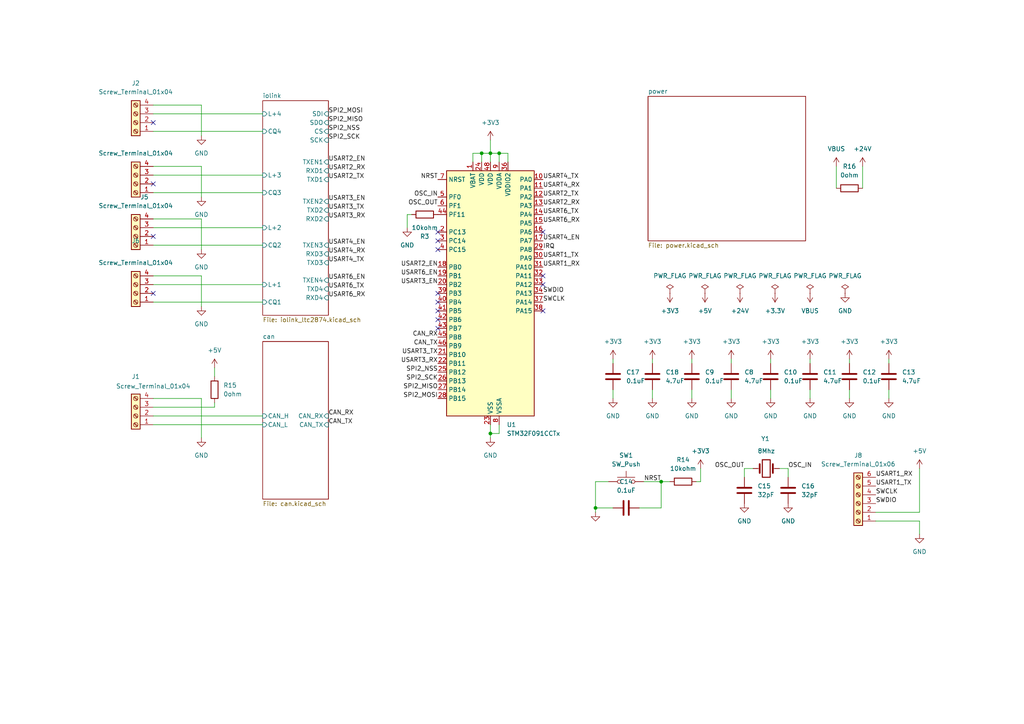
<source format=kicad_sch>
(kicad_sch (version 20231120) (generator "eeschema") (generator_version "8.0")
  (paper "A4")
  (lib_symbols
    (symbol "Connector:Screw_Terminal_01x04" (pin_names (offset 1.016) hide)
      (property "Reference" "J" (at 0 5.08 0))
      (property "Value" "Screw_Terminal_01x04" (at 0 -7.62 0))
      (symbol "Screw_Terminal_01x04_1_1"
        (rectangle (start -1.27 3.81) (end 1.27 -6.35) (stroke (width 0.254)) (fill (type background)))
        (circle (center 0 -5.08) (radius 0.635) (stroke (width 0.1524)))
        (circle (center 0 -2.54) (radius 0.635) (stroke (width 0.1524)))
        (polyline (pts (xy -0.5334 -4.7498) (xy 0.3302 -5.588)) (stroke (width 0.1524)))
        (polyline (pts (xy -0.5334 -2.2098) (xy 0.3302 -3.048)) (stroke (width 0.1524)))
        (polyline (pts (xy -0.5334 0.3302) (xy 0.3302 -0.508)) (stroke (width 0.1524)))
        (polyline (pts (xy -0.5334 2.8702) (xy 0.3302 2.032)) (stroke (width 0.1524)))
        (polyline (pts (xy -0.3556 -4.572) (xy 0.508 -5.4102)) (stroke (width 0.1524)))
        (polyline (pts (xy -0.3556 -2.032) (xy 0.508 -2.8702)) (stroke (width 0.1524)))
        (polyline (pts (xy -0.3556 0.508) (xy 0.508 -0.3302)) (stroke (width 0.1524)))
        (polyline (pts (xy -0.3556 3.048) (xy 0.508 2.2098)) (stroke (width 0.1524)))
        (circle (center 0 0) (radius 0.635) (stroke (width 0.1524)))
        (circle (center 0 2.54) (radius 0.635) (stroke (width 0.1524)))
        (pin passive line (at -5.08 2.54 0) (length 3.81) (name "Pin_1") (number "1"))
        (pin passive line (at -5.08 0 0) (length 3.81) (name "Pin_2") (number "2"))
        (pin passive line (at -5.08 -2.54 0) (length 3.81) (name "Pin_3") (number "3"))
        (pin passive line (at -5.08 -5.08 0) (length 3.81) (name "Pin_4") (number "4"))
      )
    )
    (symbol "Connector:Screw_Terminal_01x06" (pin_names (offset 1.016) hide)
      (property "Reference" "J" (at 0 7.62 0))
      (property "Value" "Screw_Terminal_01x06" (at 0 -10.16 0))
      (symbol "Screw_Terminal_01x06_1_1"
        (rectangle (start -1.27 6.35) (end 1.27 -8.89) (stroke (width 0.254)) (fill (type background)))
        (circle (center 0 -7.62) (radius 0.635) (stroke (width 0.1524)))
        (circle (center 0 -5.08) (radius 0.635) (stroke (width 0.1524)))
        (circle (center 0 -2.54) (radius 0.635) (stroke (width 0.1524)))
        (polyline (pts (xy -0.5334 -7.2898) (xy 0.3302 -8.128)) (stroke (width 0.1524)))
        (polyline (pts (xy -0.5334 -4.7498) (xy 0.3302 -5.588)) (stroke (width 0.1524)))
        (polyline (pts (xy -0.5334 -2.2098) (xy 0.3302 -3.048)) (stroke (width 0.1524)))
        (polyline (pts (xy -0.5334 0.3302) (xy 0.3302 -0.508)) (stroke (width 0.1524)))
        (polyline (pts (xy -0.5334 2.8702) (xy 0.3302 2.032)) (stroke (width 0.1524)))
        (polyline (pts (xy -0.5334 5.4102) (xy 0.3302 4.572)) (stroke (width 0.1524)))
        (polyline (pts (xy -0.3556 -7.112) (xy 0.508 -7.9502)) (stroke (width 0.1524)))
        (polyline (pts (xy -0.3556 -4.572) (xy 0.508 -5.4102)) (stroke (width 0.1524)))
        (polyline (pts (xy -0.3556 -2.032) (xy 0.508 -2.8702)) (stroke (width 0.1524)))
        (polyline (pts (xy -0.3556 0.508) (xy 0.508 -0.3302)) (stroke (width 0.1524)))
        (polyline (pts (xy -0.3556 3.048) (xy 0.508 2.2098)) (stroke (width 0.1524)))
        (polyline (pts (xy -0.3556 5.588) (xy 0.508 4.7498)) (stroke (width 0.1524)))
        (circle (center 0 0) (radius 0.635) (stroke (width 0.1524)))
        (circle (center 0 2.54) (radius 0.635) (stroke (width 0.1524)))
        (circle (center 0 5.08) (radius 0.635) (stroke (width 0.1524)))
        (pin passive line (at -5.08 5.08 0) (length 3.81) (name "Pin_1") (number "1"))
        (pin passive line (at -5.08 2.54 0) (length 3.81) (name "Pin_2") (number "2"))
        (pin passive line (at -5.08 0 0) (length 3.81) (name "Pin_3") (number "3"))
        (pin passive line (at -5.08 -2.54 0) (length 3.81) (name "Pin_4") (number "4"))
        (pin passive line (at -5.08 -5.08 0) (length 3.81) (name "Pin_5") (number "5"))
        (pin passive line (at -5.08 -7.62 0) (length 3.81) (name "Pin_6") (number "6"))
      )
    )
    (symbol "Device:C" (pin_numbers hide) (pin_names (offset 0.254))
      (property "Reference" "C" (at 0.635 2.54 0))
      (property "Value" "C" (at 0.635 -2.54 0))
      (symbol "C_0_1"
        (polyline (pts (xy -2.032 -0.762) (xy 2.032 -0.762)) (stroke (width 0.508)))
        (polyline (pts (xy -2.032 0.762) (xy 2.032 0.762)) (stroke (width 0.508)))
      )
      (symbol "C_1_1"
        (pin passive line (at 0 3.81 270) (length 2.794) (name "~") (number "1"))
        (pin passive line (at 0 -3.81 90) (length 2.794) (name "~") (number "2"))
      )
    )
    (symbol "Device:Crystal" (pin_numbers hide) (pin_names (offset 1.016) hide)
      (property "Reference" "Y" (at 0 3.81 0))
      (property "Value" "Crystal" (at 0 -3.81 0))
      (symbol "Crystal_0_1"
        (rectangle (start -1.143 2.54) (end 1.143 -2.54) (stroke (width 0.3048)))
        (polyline (pts (xy -2.54 0) (xy -1.905 0)))
        (polyline (pts (xy -1.905 -1.27) (xy -1.905 1.27)) (stroke (width 0.508)))
        (polyline (pts (xy 1.905 -1.27) (xy 1.905 1.27)) (stroke (width 0.508)))
        (polyline (pts (xy 2.54 0) (xy 1.905 0)))
      )
      (symbol "Crystal_1_1"
        (pin passive line (at -3.81 0 0) (length 1.27) (name "1") (number "1"))
        (pin passive line (at 3.81 0 180) (length 1.27) (name "2") (number "2"))
      )
    )
    (symbol "Device:R" (pin_numbers hide) (pin_names (offset 0))
      (property "Reference" "R" (at 2.032 0 90))
      (property "Value" "R" (at 0 0 90))
      (symbol "R_0_1"
        (rectangle (start -1.016 -2.54) (end 1.016 2.54) (stroke (width 0.254)))
      )
      (symbol "R_1_1"
        (pin passive line (at 0 3.81 270) (length 1.27) (name "~") (number "1"))
        (pin passive line (at 0 -3.81 90) (length 1.27) (name "~") (number "2"))
      )
    )
    (symbol "MCU_ST_STM32F0:STM32F091CCTx"
      (property "Reference" "U" (at -12.7 36.83 0))
      (property "Value" "STM32F091CCTx" (at 7.62 36.83 0))
      (symbol "STM32F091CCTx_0_1"
        (rectangle (start -12.7 -35.56) (end 12.7 35.56) (stroke (width 0.254)) (fill (type background)))
      )
      (symbol "STM32F091CCTx_1_1"
        (pin power_in line (at -5.08 38.1 270) (length 2.54) (name "VBAT") (number "1"))
        (pin bidirectional line (at 15.24 33.02 180) (length 2.54) (name "PA0") (number "10"))
        (pin bidirectional line (at 15.24 30.48 180) (length 2.54) (name "PA1") (number "11"))
        (pin bidirectional line (at 15.24 27.94 180) (length 2.54) (name "PA2") (number "12"))
        (pin bidirectional line (at 15.24 25.4 180) (length 2.54) (name "PA3") (number "13"))
        (pin bidirectional line (at 15.24 22.86 180) (length 2.54) (name "PA4") (number "14"))
        (pin bidirectional line (at 15.24 20.32 180) (length 2.54) (name "PA5") (number "15"))
        (pin bidirectional line (at 15.24 17.78 180) (length 2.54) (name "PA6") (number "16"))
        (pin bidirectional line (at 15.24 15.24 180) (length 2.54) (name "PA7") (number "17"))
        (pin bidirectional line (at -15.24 7.62 0) (length 2.54) (name "PB0") (number "18"))
        (pin bidirectional line (at -15.24 5.08 0) (length 2.54) (name "PB1") (number "19"))
        (pin bidirectional line (at -15.24 17.78 0) (length 2.54) (name "PC13") (number "2"))
        (pin bidirectional line (at -15.24 2.54 0) (length 2.54) (name "PB2") (number "20"))
        (pin bidirectional line (at -15.24 -17.78 0) (length 2.54) (name "PB10") (number "21"))
        (pin bidirectional line (at -15.24 -20.32 0) (length 2.54) (name "PB11") (number "22"))
        (pin power_in line (at 0 -38.1 90) (length 2.54) (name "VSS") (number "23"))
        (pin power_in line (at -2.54 38.1 270) (length 2.54) (name "VDD") (number "24"))
        (pin bidirectional line (at -15.24 -22.86 0) (length 2.54) (name "PB12") (number "25"))
        (pin bidirectional line (at -15.24 -25.4 0) (length 2.54) (name "PB13") (number "26"))
        (pin bidirectional line (at -15.24 -27.94 0) (length 2.54) (name "PB14") (number "27"))
        (pin bidirectional line (at -15.24 -30.48 0) (length 2.54) (name "PB15") (number "28"))
        (pin bidirectional line (at 15.24 12.7 180) (length 2.54) (name "PA8") (number "29"))
        (pin bidirectional line (at -15.24 15.24 0) (length 2.54) (name "PC14") (number "3"))
        (pin bidirectional line (at 15.24 10.16 180) (length 2.54) (name "PA9") (number "30"))
        (pin bidirectional line (at 15.24 7.62 180) (length 2.54) (name "PA10") (number "31"))
        (pin bidirectional line (at 15.24 5.08 180) (length 2.54) (name "PA11") (number "32"))
        (pin bidirectional line (at 15.24 2.54 180) (length 2.54) (name "PA12") (number "33"))
        (pin bidirectional line (at 15.24 0 180) (length 2.54) (name "PA13") (number "34"))
        (pin passive line (at 0 -38.1 90) (length 2.54) hide (name "VSS") (number "35"))
        (pin power_in line (at 5.08 38.1 270) (length 2.54) (name "VDDIO2") (number "36"))
        (pin bidirectional line (at 15.24 -2.54 180) (length 2.54) (name "PA14") (number "37"))
        (pin bidirectional line (at 15.24 -5.08 180) (length 2.54) (name "PA15") (number "38"))
        (pin bidirectional line (at -15.24 0 0) (length 2.54) (name "PB3") (number "39"))
        (pin bidirectional line (at -15.24 12.7 0) (length 2.54) (name "PC15") (number "4"))
        (pin bidirectional line (at -15.24 -2.54 0) (length 2.54) (name "PB4") (number "40"))
        (pin bidirectional line (at -15.24 -5.08 0) (length 2.54) (name "PB5") (number "41"))
        (pin bidirectional line (at -15.24 -7.62 0) (length 2.54) (name "PB6") (number "42"))
        (pin bidirectional line (at -15.24 -10.16 0) (length 2.54) (name "PB7") (number "43"))
        (pin bidirectional line (at -15.24 22.86 0) (length 2.54) (name "PF11") (number "44"))
        (pin bidirectional line (at -15.24 -12.7 0) (length 2.54) (name "PB8") (number "45"))
        (pin bidirectional line (at -15.24 -15.24 0) (length 2.54) (name "PB9") (number "46"))
        (pin passive line (at 0 -38.1 90) (length 2.54) hide (name "VSS") (number "47"))
        (pin power_in line (at 0 38.1 270) (length 2.54) (name "VDD") (number "48"))
        (pin bidirectional line (at -15.24 27.94 0) (length 2.54) (name "PF0") (number "5"))
        (pin bidirectional line (at -15.24 25.4 0) (length 2.54) (name "PF1") (number "6"))
        (pin input line (at -15.24 33.02 0) (length 2.54) (name "NRST") (number "7"))
        (pin power_in line (at 2.54 -38.1 90) (length 2.54) (name "VSSA") (number "8"))
        (pin power_in line (at 2.54 38.1 270) (length 2.54) (name "VDDA") (number "9"))
      )
    )
    (symbol "Switch:SW_Push" (pin_numbers hide) (pin_names (offset 1.016) hide)
      (property "Reference" "SW" (at 1.27 2.54 0))
      (property "Value" "SW_Push" (at 0 -1.524 0))
      (symbol "SW_Push_0_1"
        (circle (center -2.032 0) (radius 0.508))
        (polyline (pts (xy 0 1.27) (xy 0 3.048)))
        (polyline (pts (xy 2.54 1.27) (xy -2.54 1.27)))
        (circle (center 2.032 0) (radius 0.508))
        (pin passive line (at -5.08 0 0) (length 2.54) (name "1") (number "1"))
        (pin passive line (at 5.08 0 180) (length 2.54) (name "2") (number "2"))
      )
    )
    (symbol "power:+24V" (power) (pin_names (offset 0))
      (property "Value" "+24V" (at 0 3.556 0))
      (symbol "+24V_0_1"
        (polyline (pts (xy -0.762 1.27) (xy 0 2.54)))
        (polyline (pts (xy 0 0) (xy 0 2.54)))
        (polyline (pts (xy 0 2.54) (xy 0.762 1.27)))
      )
      (symbol "+24V_1_1"
        (pin power_in line (at 0 0 90) (length 0) hide (name "+24V") (number "1"))
      )
    )
    (symbol "power:+3.3V" (power) (pin_names (offset 0))
      (property "Value" "+3.3V" (at 0 3.556 0))
      (symbol "+3.3V_0_1"
        (polyline (pts (xy -0.762 1.27) (xy 0 2.54)))
        (polyline (pts (xy 0 0) (xy 0 2.54)))
        (polyline (pts (xy 0 2.54) (xy 0.762 1.27)))
      )
      (symbol "+3.3V_1_1"
        (pin power_in line (at 0 0 90) (length 0) hide (name "+3.3V") (number "1"))
      )
    )
    (symbol "power:+3V3" (power) (pin_names (offset 0))
      (property "Value" "+3V3" (at 0 3.556 0))
      (symbol "+3V3_0_1"
        (polyline (pts (xy -0.762 1.27) (xy 0 2.54)))
        (polyline (pts (xy 0 0) (xy 0 2.54)))
        (polyline (pts (xy 0 2.54) (xy 0.762 1.27)))
      )
      (symbol "+3V3_1_1"
        (pin power_in line (at 0 0 90) (length 0) hide (name "+3V3") (number "1"))
      )
    )
    (symbol "power:+5V" (power) (pin_names (offset 0))
      (property "Value" "+5V" (at 0 3.556 0))
      (symbol "+5V_0_1"
        (polyline (pts (xy -0.762 1.27) (xy 0 2.54)))
        (polyline (pts (xy 0 0) (xy 0 2.54)))
        (polyline (pts (xy 0 2.54) (xy 0.762 1.27)))
      )
      (symbol "+5V_1_1"
        (pin power_in line (at 0 0 90) (length 0) hide (name "+5V") (number "1"))
      )
    )
    (symbol "power:GND" (power) (pin_names (offset 0))
      (property "Value" "GND" (at 0 -3.81 0))
      (symbol "GND_0_1"
        (polyline (pts (xy 0 0) (xy 0 -1.27) (xy 1.27 -1.27) (xy 0 -2.54) (xy -1.27 -1.27) (xy 0 -1.27)))
      )
      (symbol "GND_1_1"
        (pin power_in line (at 0 0 270) (length 0) hide (name "GND") (number "1"))
      )
    )
    (symbol "power:PWR_FLAG" (power) (pin_numbers hide) (pin_names (offset 0) hide)
      (property "Value" "PWR_FLAG" (at 0 3.81 0))
      (symbol "PWR_FLAG_0_0"
        (pin power_out line (at 0 0 90) (length 0) (name "pwr") (number "1"))
      )
      (symbol "PWR_FLAG_0_1"
        (polyline (pts (xy 0 0) (xy 0 1.27) (xy -1.016 1.905) (xy 0 2.54) (xy 1.016 1.905) (xy 0 1.27)))
      )
    )
    (symbol "power:VBUS" (power) (pin_names (offset 0))
      (property "Value" "VBUS" (at 0 3.81 0))
      (symbol "VBUS_0_1"
        (polyline (pts (xy -0.762 1.27) (xy 0 2.54)))
        (polyline (pts (xy 0 0) (xy 0 2.54)))
        (polyline (pts (xy 0 2.54) (xy 0.762 1.27)))
      )
      (symbol "VBUS_1_1"
        (pin power_in line (at 0 0 90) (length 0) hide (name "VBUS") (number "1"))
      )
    )
  )
  (junction (at 172.72 147.32))
  (junction (at 142.24 125.73))
  (junction (at 139.7 44.45))
  (junction (at 191.77 139.7))
  (junction (at 144.78 44.45))
  (junction (at 142.24 44.45))
  (no_connect (at 127 85.09))
  (no_connect (at 157.48 90.17))
  (no_connect (at 127 72.39))
  (no_connect (at 44.45 68.58))
  (no_connect (at 127 87.63))
  (no_connect (at 127 69.85))
  (no_connect (at 44.45 35.56))
  (no_connect (at 44.45 53.34))
  (no_connect (at 157.48 67.31))
  (no_connect (at 127 67.31))
  (no_connect (at 127 95.25))
  (no_connect (at 157.48 82.55))
  (no_connect (at 127 92.71))
  (no_connect (at 44.45 85.09))
  (no_connect (at 157.48 80.01))
  (no_connect (at 127 90.17))
  (wire (pts (xy 234.95 104.14) (xy 234.95 105.41)))
  (wire (pts (xy 177.8 115.57) (xy 177.8 113.03)))
  (wire (pts (xy 185.42 147.32) (xy 191.77 147.32)))
  (wire (pts (xy 203.2 135.89) (xy 203.2 139.7)))
  (wire (pts (xy 254 151.13) (xy 266.7 151.13)))
  (wire (pts (xy 223.52 104.14) (xy 223.52 105.41)))
  (wire (pts (xy 44.45 66.04) (xy 76.2 66.04)))
  (wire (pts (xy 58.42 72.39) (xy 58.42 63.5)))
  (wire (pts (xy 257.81 104.14) (xy 257.81 105.41)))
  (wire (pts (xy 58.42 63.5) (xy 44.45 63.5)))
  (wire (pts (xy 44.45 115.57) (xy 58.42 115.57)))
  (wire (pts (xy 44.45 118.11) (xy 62.23 118.11)))
  (wire (pts (xy 144.78 44.45) (xy 147.32 44.45)))
  (wire (pts (xy 58.42 57.15) (xy 58.42 48.26)))
  (wire (pts (xy 44.45 87.63) (xy 76.2 87.63)))
  (wire (pts (xy 142.24 125.73) (xy 142.24 127)))
  (wire (pts (xy 58.42 80.01) (xy 44.45 80.01)))
  (wire (pts (xy 58.42 80.01) (xy 58.42 88.9)))
  (wire (pts (xy 44.45 120.65) (xy 76.2 120.65)))
  (wire (pts (xy 212.09 115.57) (xy 212.09 113.03)))
  (wire (pts (xy 203.2 139.7) (xy 201.93 139.7)))
  (wire (pts (xy 177.8 104.14) (xy 177.8 105.41)))
  (wire (pts (xy 44.45 71.12) (xy 76.2 71.12)))
  (wire (pts (xy 266.7 135.89) (xy 266.7 148.59)))
  (wire (pts (xy 212.09 104.14) (xy 212.09 105.41)))
  (wire (pts (xy 242.57 48.26) (xy 242.57 54.61)))
  (wire (pts (xy 139.7 44.45) (xy 139.7 46.99)))
  (wire (pts (xy 144.78 44.45) (xy 144.78 46.99)))
  (wire (pts (xy 137.16 46.99) (xy 137.16 44.45)))
  (wire (pts (xy 257.81 115.57) (xy 257.81 113.03)))
  (wire (pts (xy 118.11 66.04) (xy 118.11 62.23)))
  (wire (pts (xy 118.11 62.23) (xy 119.38 62.23)))
  (wire (pts (xy 266.7 151.13) (xy 266.7 154.94)))
  (wire (pts (xy 58.42 115.57) (xy 58.42 127)))
  (wire (pts (xy 200.66 115.57) (xy 200.66 113.03)))
  (wire (pts (xy 172.72 147.32) (xy 172.72 148.59)))
  (wire (pts (xy 215.9 135.89) (xy 215.9 138.43)))
  (wire (pts (xy 44.45 50.8) (xy 76.2 50.8)))
  (wire (pts (xy 44.45 55.88) (xy 76.2 55.88)))
  (wire (pts (xy 62.23 106.68) (xy 62.23 109.22)))
  (wire (pts (xy 234.95 115.57) (xy 234.95 113.03)))
  (wire (pts (xy 191.77 139.7) (xy 194.31 139.7)))
  (wire (pts (xy 189.23 104.14) (xy 189.23 105.41)))
  (wire (pts (xy 142.24 40.64) (xy 142.24 44.45)))
  (wire (pts (xy 58.42 30.48) (xy 58.42 39.37)))
  (wire (pts (xy 44.45 123.19) (xy 76.2 123.19)))
  (wire (pts (xy 200.66 104.14) (xy 200.66 105.41)))
  (wire (pts (xy 172.72 139.7) (xy 172.72 147.32)))
  (wire (pts (xy 172.72 139.7) (xy 176.53 139.7)))
  (wire (pts (xy 189.23 115.57) (xy 189.23 113.03)))
  (wire (pts (xy 144.78 125.73) (xy 142.24 125.73)))
  (wire (pts (xy 172.72 147.32) (xy 177.8 147.32)))
  (wire (pts (xy 250.19 48.26) (xy 250.19 54.61)))
  (wire (pts (xy 44.45 82.55) (xy 76.2 82.55)))
  (wire (pts (xy 58.42 48.26) (xy 44.45 48.26)))
  (wire (pts (xy 142.24 123.19) (xy 142.24 125.73)))
  (wire (pts (xy 139.7 44.45) (xy 142.24 44.45)))
  (wire (pts (xy 226.06 135.89) (xy 228.6 135.89)))
  (wire (pts (xy 218.44 135.89) (xy 215.9 135.89)))
  (wire (pts (xy 186.69 139.7) (xy 191.77 139.7)))
  (wire (pts (xy 246.38 115.57) (xy 246.38 113.03)))
  (wire (pts (xy 44.45 33.02) (xy 76.2 33.02)))
  (wire (pts (xy 142.24 44.45) (xy 144.78 44.45)))
  (wire (pts (xy 147.32 44.45) (xy 147.32 46.99)))
  (wire (pts (xy 223.52 115.57) (xy 223.52 113.03)))
  (wire (pts (xy 137.16 44.45) (xy 139.7 44.45)))
  (wire (pts (xy 62.23 116.84) (xy 62.23 118.11)))
  (wire (pts (xy 246.38 104.14) (xy 246.38 105.41)))
  (wire (pts (xy 58.42 30.48) (xy 44.45 30.48)))
  (wire (pts (xy 191.77 147.32) (xy 191.77 139.7)))
  (wire (pts (xy 142.24 44.45) (xy 142.24 46.99)))
  (wire (pts (xy 266.7 148.59) (xy 254 148.59)))
  (wire (pts (xy 228.6 135.89) (xy 228.6 138.43)))
  (wire (pts (xy 44.45 38.1) (xy 76.2 38.1)))
  (wire (pts (xy 144.78 123.19) (xy 144.78 125.73)))
  (label "USART4_TX" (at 95.25 76.2 0))
  (label "USART6_EN" (at 95.25 81.28 0))
  (label "CAN_RX" (at 127 97.79 180))
  (label "USART2_RX" (at 95.25 49.53 0))
  (label "USART3_TX" (at 127 102.87 180))
  (label "OSC_IN" (at 127 57.15 180))
  (label "USART4_EN" (at 95.25 71.12 0))
  (label "SWCLK" (at 157.48 87.63 0))
  (label "SPI2_NSS" (at 127 107.95 180))
  (label "SWDIO" (at 254 146.05 0))
  (label "SPI2_MISO" (at 95.25 35.56 0))
  (label "USART1_RX" (at 254 138.43 0))
  (label "USART2_TX" (at 157.48 57.15 0))
  (label "SPI2_MISO" (at 127 113.03 180))
  (label "SPI2_SCK" (at 95.25 40.64 0))
  (label "CAN_TX" (at 127 100.33 180))
  (label "USART6_RX" (at 157.48 64.77 0))
  (label "USART2_EN" (at 127 77.47 180))
  (label "SPI2_SCK" (at 127 110.49 180))
  (label "USART1_TX" (at 157.48 74.93 0))
  (label "USART4_TX" (at 157.48 52.07 0))
  (label "USART3_EN" (at 95.25 58.42 0))
  (label "SPI2_NSS" (at 95.25 38.1 0))
  (label "USART4_RX" (at 157.48 54.61 0))
  (label "USART1_TX" (at 254 140.97 0))
  (label "OSC_OUT" (at 215.9 135.89 180))
  (label "USART6_TX" (at 157.48 62.23 0))
  (label "USART6_RX" (at 95.25 86.36 0))
  (label "USART2_EN" (at 95.25 46.99 0))
  (label "USART2_TX" (at 95.25 52.07 0))
  (label "CAN_TX" (at 95.25 123.19 0))
  (label "USART4_EN" (at 157.48 69.85 0))
  (label "SWCLK" (at 254 143.51 0))
  (label "USART6_EN" (at 127 80.01 180))
  (label "USART4_RX" (at 95.25 73.66 0))
  (label "USART1_RX" (at 157.48 77.47 0))
  (label "USART6_TX" (at 95.25 83.82 0))
  (label "OSC_IN" (at 228.6 135.89 0))
  (label "SPI2_MOSI" (at 95.25 33.02 0))
  (label "CAN_RX" (at 95.25 120.65 0))
  (label "USART3_EN" (at 127 82.55 180))
  (label "USART2_RX" (at 157.48 59.69 0))
  (label "SWDIO" (at 157.48 85.09 0))
  (label "NRST" (at 127 52.07 180))
  (label "USART3_TX" (at 95.25 60.96 0))
  (label "USART3_RX" (at 95.25 63.5 0))
  (label "OSC_OUT" (at 127 59.69 180))
  (label "USART3_RX" (at 127 105.41 180))
  (label "IRQ" (at 157.48 72.39 0))
  (label "NRST" (at 191.77 139.7 180))
  (label "SPI2_MOSI" (at 127 115.57 180))
  (symbol (lib_id "power:+3V3") (at 246.38 104.14 0) (unit 1)
    (property "Reference" "#PWR054" (effects (hide yes)))
    (property "Value" "+3V3" (at 246.38 99.06 0))
  )
  (symbol (lib_id "Device:C") (at 177.8 109.22 0) (unit 1)
    (property "Reference" "C17" (at 181.61 107.95 0) (effects (justify left)))
    (property "Value" "0.1uF" (at 181.61 110.49 0) (effects (justify left)))
    (property "Footprint" "Capacitor_SMD:C_0603_1608Metric" (effects (hide yes)))
    (property "LCSC" "C14663" (effects (hide yes)))
  )
  (symbol (lib_id "power:GND") (at 118.11 66.04 0) (unit 1)
    (property "Reference" "#PWR013" (effects (hide yes)))
    (property "Value" "GND" (at 118.11 71.12 0))
  )
  (symbol (lib_id "power:+3.3V") (at 224.79 85.09 180) (unit 1)
    (property "Reference" "#PWR019" (effects (hide yes)))
    (property "Value" "+3.3V" (at 224.79 90.17 0))
  )
  (symbol (lib_id "power:GND") (at 58.42 39.37 0) (unit 1)
    (property "Reference" "#PWR022" (effects (hide yes)))
    (property "Value" "GND" (at 58.42 44.45 0))
  )
  (symbol (lib_id "Device:C") (at 257.81 109.22 0) (unit 1)
    (property "Reference" "C13" (at 261.62 107.95 0) (effects (justify left)))
    (property "Value" "4.7uF" (at 261.62 110.49 0) (effects (justify left)))
    (property "Footprint" "Capacitor_SMD:C_0603_1608Metric" (effects (hide yes)))
    (property "LCSC" "C19666" (effects (hide yes)))
  )
  (symbol (lib_id "Device:R") (at 246.38 54.61 90) (unit 1)
    (property "Reference" "R16" (at 246.38 48.26 90))
    (property "Value" "0ohm" (at 246.38 50.8 90))
    (property "Footprint" "Resistor_SMD:R_0603_1608Metric" (effects (hide yes)))
  )
  (symbol (lib_id "power:PWR_FLAG") (at 194.31 85.09 0) (unit 1)
    (property "Reference" "#FLG01" (effects (hide yes)))
    (property "Value" "PWR_FLAG" (at 194.31 80.01 0))
  )
  (symbol (lib_id "Device:C") (at 228.6 142.24 0) (unit 1)
    (property "Reference" "C16" (at 232.41 140.97 0) (effects (justify left)))
    (property "Value" "32pF" (at 232.41 143.51 0) (effects (justify left)))
    (property "Footprint" "Capacitor_SMD:C_0603_1608Metric" (effects (hide yes)))
    (property "LCSC" "C1658" (effects (hide yes)))
  )
  (symbol (lib_id "power:PWR_FLAG") (at 224.79 85.09 0) (unit 1)
    (property "Reference" "#FLG05" (effects (hide yes)))
    (property "Value" "PWR_FLAG" (at 224.79 80.01 0))
  )
  (symbol (lib_id "Device:C") (at 215.9 142.24 0) (unit 1)
    (property "Reference" "C15" (at 219.71 140.97 0) (effects (justify left)))
    (property "Value" "32pF" (at 219.71 143.51 0) (effects (justify left)))
    (property "Footprint" "Capacitor_SMD:C_0603_1608Metric" (effects (hide yes)))
    (property "LCSC" "C1658" (effects (hide yes)))
  )
  (symbol (lib_id "power:+3V3") (at 223.52 104.14 0) (unit 1)
    (property "Reference" "#PWR050" (effects (hide yes)))
    (property "Value" "+3V3" (at 223.52 99.06 0))
  )
  (symbol (lib_id "power:+5V") (at 62.23 106.68 0) (unit 1)
    (property "Reference" "#PWR011" (effects (hide yes)))
    (property "Value" "+5V" (at 62.23 101.6 0))
  )
  (symbol (lib_id "power:GND") (at 234.95 115.57 0) (unit 1)
    (property "Reference" "#PWR053" (effects (hide yes)))
    (property "Value" "GND" (at 234.95 120.65 0))
  )
  (symbol (lib_id "Device:Crystal") (at 222.25 135.89 0) (unit 1)
    (property "Reference" "Y1" (at 221.996 127.254 0))
    (property "Value" "8Mhz" (at 222.25 130.81 0))
    (property "Footprint" "Crystal:Crystal_HC18-U_Vertical" (effects (hide yes)))
  )
  (symbol (lib_id "Connector:Screw_Terminal_01x04") (at 39.37 53.34 180) (unit 1)
    (property "Reference" "J4" (effects (hide yes)))
    (property "Value" "Screw_Terminal_01x04" (at 39.37 44.45 0))
    (property "Footprint" "TerminalBlock_Phoenix:TerminalBlock_Phoenix_MPT-0,5-4-2.54_1x04_P2.54mm_Horizontal" (effects (hide yes)))
  )
  (symbol (lib_id "power:PWR_FLAG") (at 234.95 85.09 0) (unit 1)
    (property "Reference" "#FLG04" (effects (hide yes)))
    (property "Value" "PWR_FLAG" (at 234.95 80.01 0))
  )
  (symbol (lib_id "Switch:SW_Push") (at 181.61 139.7 0) (unit 1)
    (property "Reference" "SW1" (at 181.61 132.08 0))
    (property "Value" "SW_Push" (at 181.61 134.62 0))
    (property "Footprint" "Button_Switch_THT:SW_PUSH_6mm_H4.3mm" (effects (hide yes)))
  )
  (symbol (lib_id "Connector:Screw_Terminal_01x04") (at 39.37 35.56 180) (unit 1)
    (property "Reference" "J2" (at 39.37 24.13 0))
    (property "Value" "Screw_Terminal_01x04" (at 39.37 26.67 0))
    (property "Footprint" "TerminalBlock_Phoenix:TerminalBlock_Phoenix_MPT-0,5-4-2.54_1x04_P2.54mm_Horizontal" (effects (hide yes)))
  )
  (symbol (lib_id "power:GND") (at 58.42 127 0) (unit 1)
    (property "Reference" "#PWR010" (effects (hide yes)))
    (property "Value" "GND" (at 58.42 132.08 0))
  )
  (symbol (lib_id "power:GND") (at 212.09 115.57 0) (unit 1)
    (property "Reference" "#PWR047" (effects (hide yes)))
    (property "Value" "GND" (at 212.09 120.65 0))
  )
  (symbol (lib_id "Device:C") (at 189.23 109.22 0) (unit 1)
    (property "Reference" "C18" (at 193.04 107.95 0) (effects (justify left)))
    (property "Value" "4.7uF" (at 193.04 110.49 0) (effects (justify left)))
    (property "Footprint" "Capacitor_SMD:C_0603_1608Metric" (effects (hide yes)))
    (property "LCSC" "C19666" (effects (hide yes)))
  )
  (symbol (lib_id "power:GND") (at 257.81 115.57 0) (unit 1)
    (property "Reference" "#PWR057" (effects (hide yes)))
    (property "Value" "GND" (at 257.81 120.65 0))
  )
  (symbol (lib_id "power:+24V") (at 250.19 48.26 0) (unit 1)
    (property "Reference" "#PWR073" (effects (hide yes)))
    (property "Value" "+24V" (at 250.19 43.18 0))
  )
  (symbol (lib_id "power:GND") (at 189.23 115.57 0) (unit 1)
    (property "Reference" "#PWR067" (effects (hide yes)))
    (property "Value" "GND" (at 189.23 120.65 0))
  )
  (symbol (lib_id "Connector:Screw_Terminal_01x04") (at 39.37 85.09 180) (unit 1)
    (property "Reference" "J6" (at 39.37 69.85 0))
    (property "Value" "Screw_Terminal_01x04" (at 39.37 76.2 0))
    (property "Footprint" "TerminalBlock_Phoenix:TerminalBlock_Phoenix_MPT-0,5-4-2.54_1x04_P2.54mm_Horizontal" (effects (hide yes)))
  )
  (symbol (lib_id "power:GND") (at 266.7 154.94 0) (unit 1)
    (property "Reference" "#PWR020" (effects (hide yes)))
    (property "Value" "GND" (at 266.7 160.02 0))
  )
  (symbol (lib_id "Device:C") (at 181.61 147.32 90) (unit 1)
    (property "Reference" "C14" (at 181.61 139.7 90))
    (property "Value" "0.1uF" (at 181.61 142.24 90))
    (property "Footprint" "Capacitor_SMD:C_0603_1608Metric" (effects (hide yes)))
    (property "LCSC" "C14663" (effects (hide yes)))
  )
  (symbol (lib_id "Device:C") (at 246.38 109.22 0) (unit 1)
    (property "Reference" "C12" (at 250.19 107.95 0) (effects (justify left)))
    (property "Value" "0.1uF" (at 250.19 110.49 0) (effects (justify left)))
    (property "Footprint" "Capacitor_SMD:C_0603_1608Metric" (effects (hide yes)))
    (property "LCSC" "C14663" (effects (hide yes)))
  )
  (symbol (lib_id "power:GND") (at 245.11 85.09 0) (unit 1)
    (property "Reference" "#PWR04" (effects (hide yes)))
    (property "Value" "GND" (at 245.11 90.17 0))
  )
  (symbol (lib_id "power:PWR_FLAG") (at 214.63 85.09 0) (unit 1)
    (property "Reference" "#FLG06" (effects (hide yes)))
    (property "Value" "PWR_FLAG" (at 214.63 80.01 0))
  )
  (symbol (lib_id "power:GND") (at 58.42 57.15 0) (unit 1)
    (property "Reference" "#PWR079" (effects (hide yes)))
    (property "Value" "GND" (at 58.42 62.23 0))
  )
  (symbol (lib_id "power:+3V3") (at 189.23 104.14 0) (unit 1)
    (property "Reference" "#PWR066" (effects (hide yes)))
    (property "Value" "+3V3" (at 189.23 99.06 0))
  )
  (symbol (lib_id "Device:R") (at 123.19 62.23 270) (unit 1)
    (property "Reference" "R3" (at 123.19 68.58 90))
    (property "Value" "10kohm" (at 123.19 66.04 90))
    (property "Footprint" "Resistor_SMD:R_0603_1608Metric" (effects (hide yes)))
    (property "LCSC" "C25804" (effects (hide yes)))
  )
  (symbol (lib_id "Device:C") (at 212.09 109.22 0) (unit 1)
    (property "Reference" "C8" (at 215.9 107.95 0) (effects (justify left)))
    (property "Value" "4.7uF" (at 215.9 110.49 0) (effects (justify left)))
    (property "Footprint" "Capacitor_SMD:C_0603_1608Metric" (effects (hide yes)))
    (property "LCSC" "C19666" (effects (hide yes)))
  )
  (symbol (lib_id "power:GND") (at 246.38 115.57 0) (unit 1)
    (property "Reference" "#PWR055" (effects (hide yes)))
    (property "Value" "GND" (at 246.38 120.65 0))
  )
  (symbol (lib_id "power:+5V") (at 266.7 135.89 0) (unit 1)
    (property "Reference" "#PWR068" (effects (hide yes)))
    (property "Value" "+5V" (at 266.7 130.81 0))
  )
  (symbol (lib_id "power:+5V") (at 204.47 85.09 180) (unit 1)
    (property "Reference" "#PWR012" (effects (hide yes)))
    (property "Value" "+5V" (at 204.47 90.17 0))
  )
  (symbol (lib_id "power:GND") (at 200.66 115.57 0) (unit 1)
    (property "Reference" "#PWR049" (effects (hide yes)))
    (property "Value" "GND" (at 200.66 120.65 0))
  )
  (symbol (lib_id "power:VBUS") (at 234.95 85.09 180) (unit 1)
    (property "Reference" "#PWR018" (effects (hide yes)))
    (property "Value" "VBUS" (at 234.95 90.17 0))
  )
  (symbol (lib_id "Device:C") (at 234.95 109.22 0) (unit 1)
    (property "Reference" "C11" (at 238.76 107.95 0) (effects (justify left)))
    (property "Value" "4.7uF" (at 238.76 110.49 0) (effects (justify left)))
    (property "Footprint" "Capacitor_SMD:C_0603_1608Metric" (effects (hide yes)))
    (property "LCSC" "C19666" (effects (hide yes)))
  )
  (symbol (lib_id "power:GND") (at 223.52 115.57 0) (unit 1)
    (property "Reference" "#PWR051" (effects (hide yes)))
    (property "Value" "GND" (at 223.52 120.65 0))
  )
  (symbol (lib_id "power:+3V3") (at 177.8 104.14 0) (unit 1)
    (property "Reference" "#PWR064" (effects (hide yes)))
    (property "Value" "+3V3" (at 177.8 99.06 0))
  )
  (symbol (lib_id "power:+3V3") (at 234.95 104.14 0) (unit 1)
    (property "Reference" "#PWR052" (effects (hide yes)))
    (property "Value" "+3V3" (at 234.95 99.06 0))
  )
  (symbol (lib_id "MCU_ST_STM32F0:STM32F091CCTx") (at 142.24 85.09 0) (unit 1)
    (property "Reference" "U1" (at 146.9741 123.19 0) (effects (justify left)))
    (property "Value" "STM32F091CCTx" (at 146.9741 125.73 0) (effects (justify left)))
    (property "Footprint" "Package_QFP:LQFP-48_7x7mm_P0.5mm" (effects (hide yes)))
    (property "Datasheet" "https://www.st.com/resource/en/datasheet/stm32f091cc.pdf" (effects (hide yes)))
  )
  (symbol (lib_id "Connector:Screw_Terminal_01x04") (at 39.37 68.58 180) (unit 1)
    (property "Reference" "J5" (at 41.91 57.15 0))
    (property "Value" "Screw_Terminal_01x04" (at 39.37 59.69 0))
    (property "Footprint" "TerminalBlock_Phoenix:TerminalBlock_Phoenix_MPT-0,5-4-2.54_1x04_P2.54mm_Horizontal" (effects (hide yes)))
  )
  (symbol (lib_id "Device:C") (at 200.66 109.22 0) (unit 1)
    (property "Reference" "C9" (at 204.47 107.95 0) (effects (justify left)))
    (property "Value" "0.1uF" (at 204.47 110.49 0) (effects (justify left)))
    (property "Footprint" "Capacitor_SMD:C_0603_1608Metric" (effects (hide yes)))
    (property "LCSC" "C14663" (effects (hide yes)))
  )
  (symbol (lib_id "power:GND") (at 172.72 148.59 0) (unit 1)
    (property "Reference" "#PWR058" (effects (hide yes)))
    (property "Value" "GND" (effects (hide yes)))
  )
  (symbol (lib_id "power:GND") (at 177.8 115.57 0) (unit 1)
    (property "Reference" "#PWR065" (effects (hide yes)))
    (property "Value" "GND" (at 177.8 120.65 0))
  )
  (symbol (lib_id "power:GND") (at 228.6 146.05 0) (unit 1)
    (property "Reference" "#PWR061" (effects (hide yes)))
    (property "Value" "GND" (at 228.6 151.13 0))
  )
  (symbol (lib_id "power:GND") (at 215.9 146.05 0) (unit 1)
    (property "Reference" "#PWR060" (effects (hide yes)))
    (property "Value" "GND" (at 215.9 151.13 0))
  )
  (symbol (lib_id "power:+3V3") (at 200.66 104.14 0) (unit 1)
    (property "Reference" "#PWR048" (effects (hide yes)))
    (property "Value" "+3V3" (at 200.66 99.06 0))
  )
  (symbol (lib_id "power:GND") (at 58.42 88.9 0) (unit 1)
    (property "Reference" "#PWR080" (effects (hide yes)))
    (property "Value" "GND" (at 58.42 93.98 0))
  )
  (symbol (lib_id "power:+3V3") (at 194.31 85.09 180) (unit 1)
    (property "Reference" "#PWR03" (effects (hide yes)))
    (property "Value" "+3V3" (at 194.31 90.17 0))
  )
  (symbol (lib_id "power:GND") (at 142.24 127 0) (unit 1)
    (property "Reference" "#PWR02" (effects (hide yes)))
    (property "Value" "GND" (at 142.24 132.08 0))
  )
  (symbol (lib_id "Device:R") (at 198.12 139.7 90) (unit 1)
    (property "Reference" "R14" (at 198.12 133.35 90))
    (property "Value" "10kohm" (at 198.12 135.89 90))
    (property "Footprint" "Resistor_SMD:R_0603_1608Metric" (effects (hide yes)))
    (property "LCSC" "C25804" (effects (hide yes)))
  )
  (symbol (lib_id "Connector:Screw_Terminal_01x06") (at 248.92 146.05 180) (unit 1)
    (property "Reference" "J8" (at 248.92 132.08 0))
    (property "Value" "Screw_Terminal_01x06" (at 248.92 134.62 0))
    (property "Footprint" "TerminalBlock_Phoenix:TerminalBlock_Phoenix_MPT-0,5-6-2.54_1x06_P2.54mm_Horizontal" (effects (hide yes)))
  )
  (symbol (lib_id "power:PWR_FLAG") (at 204.47 85.09 0) (unit 1)
    (property "Reference" "#FLG03" (effects (hide yes)))
    (property "Value" "PWR_FLAG" (at 204.47 80.01 0))
  )
  (symbol (lib_id "power:+3V3") (at 212.09 104.14 0) (unit 1)
    (property "Reference" "#PWR046" (effects (hide yes)))
    (property "Value" "+3V3" (at 212.09 99.06 0))
  )
  (symbol (lib_id "power:PWR_FLAG") (at 245.11 85.09 0) (unit 1)
    (property "Reference" "#FLG02" (effects (hide yes)))
    (property "Value" "PWR_FLAG" (at 245.11 80.01 0))
  )
  (symbol (lib_id "power:+3V3") (at 203.2 135.89 0) (unit 1)
    (property "Reference" "#PWR059" (effects (hide yes)))
    (property "Value" "+3V3" (at 203.2 130.81 0))
  )
  (symbol (lib_id "power:+3V3") (at 142.24 40.64 0) (unit 1)
    (property "Reference" "#PWR01" (effects (hide yes)))
    (property "Value" "+3V3" (at 142.24 35.56 0))
  )
  (symbol (lib_id "Connector:Screw_Terminal_01x04") (at 39.37 120.65 180) (unit 1)
    (property "Reference" "J1" (at 39.37 109.22 0))
    (property "Value" "Screw_Terminal_01x04" (at 44.45 112.014 0))
    (property "Footprint" "TerminalBlock_Phoenix:TerminalBlock_Phoenix_MPT-0,5-4-2.54_1x04_P2.54mm_Horizontal" (effects (hide yes)))
  )
  (symbol (lib_id "power:VBUS") (at 242.57 48.26 0) (unit 1)
    (property "Reference" "#PWR071" (effects (hide yes)))
    (property "Value" "VBUS" (at 242.57 43.18 0))
  )
  (symbol (lib_id "Device:R") (at 62.23 113.03 0) (unit 1)
    (property "Reference" "R15" (at 64.77 111.76 0) (effects (justify left)))
    (property "Value" "0ohm" (at 64.77 114.3 0) (effects (justify left)))
    (property "Footprint" "Resistor_SMD:R_0603_1608Metric" (effects (hide yes)))
  )
  (symbol (lib_id "Device:C") (at 223.52 109.22 0) (unit 1)
    (property "Reference" "C10" (at 227.33 107.95 0) (effects (justify left)))
    (property "Value" "0.1uF" (at 227.33 110.49 0) (effects (justify left)))
    (property "Footprint" "Capacitor_SMD:C_0603_1608Metric" (effects (hide yes)))
    (property "LCSC" "C14663" (effects (hide yes)))
  )
  (symbol (lib_id "power:GND") (at 58.42 72.39 0) (unit 1)
    (property "Reference" "#PWR025" (effects (hide yes)))
    (property "Value" "GND" (at 58.42 77.47 0))
  )
  (symbol (lib_id "power:+3V3") (at 257.81 104.14 0) (unit 1)
    (property "Reference" "#PWR056" (effects (hide yes)))
    (property "Value" "+3V3" (at 257.81 99.06 0))
  )
  (symbol (lib_id "power:+24V") (at 214.63 85.09 180) (unit 1)
    (property "Reference" "#PWR072" (effects (hide yes)))
    (property "Value" "+24V" (at 214.63 90.17 0))
  )
  (sheet (at 76.2 29.21) (size 19.05 62.23) (stroke (width 0.1524))
    (property "Sheetname" "iolink" (at 76.2 28.4984 0) (effects (justify left bottom)))
    (property "Sheetfile" "iolink_ltc2874.kicad_sch" (at 76.2 92.0246 0) (effects (justify left top)))
    (pin "TXEN2" input (at 95.25 58.42 0))
    (pin "TXD2" input (at 95.25 60.96 0))
    (pin "RXD2" input (at 95.25 63.5 0))
    (pin "SDO" input (at 95.25 35.56 0))
    (pin "CS" input (at 95.25 38.1 0))
    (pin "SDI" input (at 95.25 33.02 0))
    (pin "SCK" input (at 95.25 40.64 0))
    (pin "TXD4" input (at 95.25 83.82 0))
    (pin "TXEN3" input (at 95.25 71.12 0))
    (pin "RXD4" input (at 95.25 86.36 0))
    (pin "RXD3" input (at 95.25 73.66 0))
    (pin "TXD3" input (at 95.25 76.2 0))
    (pin "TXEN1" input (at 95.25 46.99 0))
    (pin "TXD1" input (at 95.25 52.07 0))
    (pin "RXD1" input (at 95.25 49.53 0))
    (pin "TXEN4" input (at 95.25 81.28 0))
    (pin "L+4" input (at 76.2 33.02 180))
    (pin "CQ4" input (at 76.2 38.1 180))
    (pin "L+3" input (at 76.2 50.8 180))
    (pin "CQ3" input (at 76.2 55.88 180))
    (pin "L+2" input (at 76.2 66.04 180))
    (pin "CQ2" input (at 76.2 71.12 180))
    (pin "L+1" input (at 76.2 82.55 180))
    (pin "CQ1" input (at 76.2 87.63 180))
  )
  (sheet (at 76.2 99.06) (size 19.05 45.72) (stroke (width 0.1524))
    (property "Sheetname" "can" (at 76.2 98.3484 0) (effects (justify left bottom)))
    (property "Sheetfile" "can.kicad_sch" (at 76.2 145.3646 0) (effects (justify left top)))
    (pin "CAN_RX" input (at 95.25 120.65 0))
    (pin "CAN_TX" input (at 95.25 123.19 0))
    (pin "CAN_L" input (at 76.2 123.19 180))
    (pin "CAN_H" input (at 76.2 120.65 180))
  )
  (sheet (at 187.96 27.94) (size 45.72 41.91) (stroke (width 0.1524))
    (property "Sheetname" "power" (at 187.96 27.2284 0) (effects (justify left bottom)))
    (property "Sheetfile" "power.kicad_sch" (at 187.96 70.4346 0) (effects (justify left top)))
  )
)
</source>
